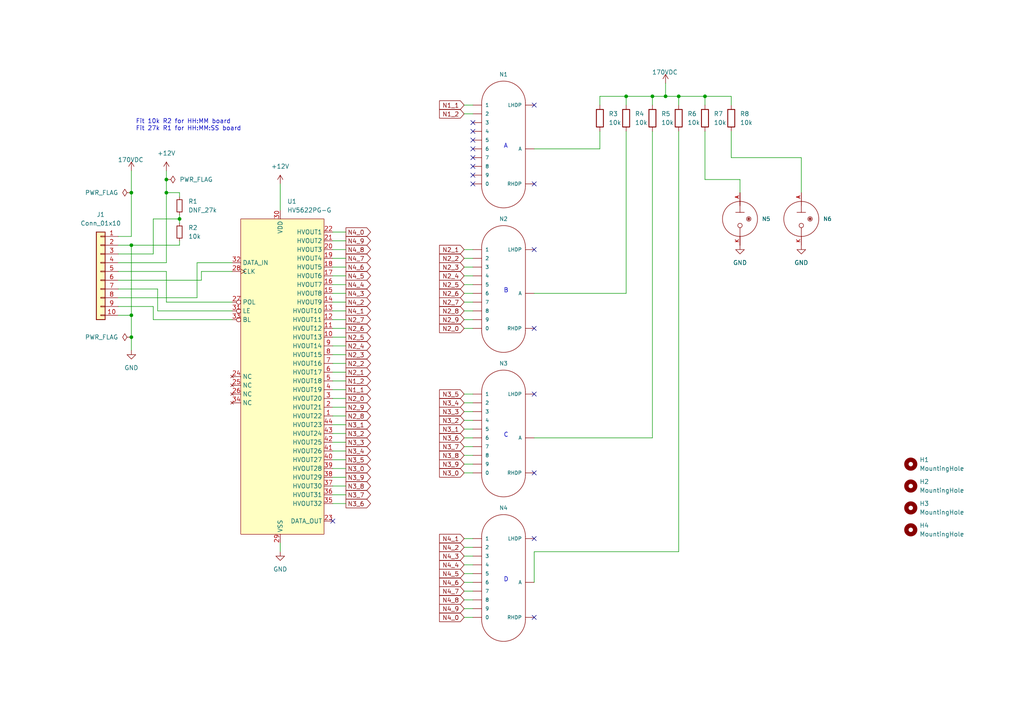
<source format=kicad_sch>
(kicad_sch (version 20211123) (generator eeschema)
  (paper "A4")
  (title_block (title "Nixie Tube Clock") (date "2023-05-23") (rev "01") (company "Chris Electronics") (comment 1 "Nixie Tube Interface Board"))
  (lib_symbols
    (symbol "Connector_Generic:Conn_01x10" (pin_names (offset 1.016) hide)
      (property "Reference" "J" (at 0 12.7 0))
      (property "Value" "Conn_01x10" (at 0 -15.24 0))
      (symbol "Conn_01x10_1_1"
        (rectangle (start -1.27 -12.573) (end 0 -12.827) (stroke (width 0.1524)))
        (rectangle (start -1.27 -10.033) (end 0 -10.287) (stroke (width 0.1524)))
        (rectangle (start -1.27 -7.493) (end 0 -7.747) (stroke (width 0.1524)))
        (rectangle (start -1.27 -4.953) (end 0 -5.207) (stroke (width 0.1524)))
        (rectangle (start -1.27 -2.413) (end 0 -2.667) (stroke (width 0.1524)))
        (rectangle (start -1.27 0.127) (end 0 -0.127) (stroke (width 0.1524)))
        (rectangle (start -1.27 2.667) (end 0 2.413) (stroke (width 0.1524)))
        (rectangle (start -1.27 5.207) (end 0 4.953) (stroke (width 0.1524)))
        (rectangle (start -1.27 7.747) (end 0 7.493) (stroke (width 0.1524)))
        (rectangle (start -1.27 10.287) (end 0 10.033) (stroke (width 0.1524)))
        (rectangle (start -1.27 11.43) (end 1.27 -13.97) (stroke (width 0.254)) (fill (type background)))
        (pin passive line (at -5.08 10.16 0) (length 3.81) (name "Pin_1") (number "1"))
        (pin passive line (at -5.08 -12.7 0) (length 3.81) (name "Pin_10") (number "10"))
        (pin passive line (at -5.08 7.62 0) (length 3.81) (name "Pin_2") (number "2"))
        (pin passive line (at -5.08 5.08 0) (length 3.81) (name "Pin_3") (number "3"))
        (pin passive line (at -5.08 2.54 0) (length 3.81) (name "Pin_4") (number "4"))
        (pin passive line (at -5.08 0 0) (length 3.81) (name "Pin_5") (number "5"))
        (pin passive line (at -5.08 -2.54 0) (length 3.81) (name "Pin_6") (number "6"))
        (pin passive line (at -5.08 -5.08 0) (length 3.81) (name "Pin_7") (number "7"))
        (pin passive line (at -5.08 -7.62 0) (length 3.81) (name "Pin_8") (number "8"))
        (pin passive line (at -5.08 -10.16 0) (length 3.81) (name "Pin_9") (number "9"))
      )
    )
    (symbol "Device:R" (pin_numbers hide) (pin_names (offset 0))
      (property "Reference" "R" (at 2.032 0 90))
      (property "Value" "R" (at 0 0 90))
      (symbol "R_0_1"
        (rectangle (start -1.016 -2.54) (end 1.016 2.54) (stroke (width 0.254)))
      )
      (symbol "R_1_1"
        (pin passive line (at 0 3.81 270) (length 1.27) (name "~") (number "1"))
        (pin passive line (at 0 -3.81 90) (length 1.27) (name "~") (number "2"))
      )
    )
    (symbol "Device:R_Small" (pin_numbers hide) (pin_names (offset 0.254) hide)
      (property "Reference" "R" (at 0.762 0.508 0))
      (property "Value" "R_Small" (at 0.762 -1.016 0))
      (symbol "R_Small_0_1"
        (rectangle (start -0.762 1.778) (end 0.762 -1.778) (stroke (width 0.2032)))
      )
      (symbol "R_Small_1_1"
        (pin passive line (at 0 2.54 270) (length 0.762) (name "~") (number "1"))
        (pin passive line (at 0 -2.54 90) (length 0.762) (name "~") (number "2"))
      )
    )
    (symbol "Mechanical:MountingHole" (pin_names (offset 1.016))
      (property "Reference" "H" (at 0 5.08 0))
      (property "Value" "MountingHole" (at 0 3.175 0))
      (symbol "MountingHole_0_1"
        (circle (center 0 0) (radius 1.27) (stroke (width 1.27)))
      )
    )
    (symbol "Nixie Tubes:IN-14" (pin_numbers hide) (pin_names (offset 1.016))
      (property "Reference" "N" (at -2.54 18.415 0))
      (symbol "IN-14_1_0"
        (polyline (pts (xy -5.08 -13.335) (xy -5.08 10.795)))
        (polyline (pts (xy 7.62 -13.335) (xy 7.62 10.795)))
      )
      (symbol "IN-14_1_1"
        (arc (start -5.08 -13.335) (mid 1.27 -19.685) (end 7.62 -13.335))
        (arc (start 7.62 10.795) (mid 1.27 17.145) (end -5.08 10.795))
        (pin bidirectional line (at -7.62 -12.7 0) (length 2.54) (name "0") (number "0"))
        (pin bidirectional line (at -7.62 10.16 0) (length 2.54) (name "1") (number "1"))
        (pin bidirectional line (at -7.62 7.62 0) (length 2.54) (name "2") (number "2"))
        (pin bidirectional line (at -7.62 5.08 0) (length 2.54) (name "3") (number "3"))
        (pin bidirectional line (at -7.62 2.54 0) (length 2.54) (name "4") (number "4"))
        (pin bidirectional line (at -7.62 0 0) (length 2.54) (name "5") (number "5"))
        (pin bidirectional line (at -7.62 -2.54 0) (length 2.54) (name "6") (number "6"))
        (pin bidirectional line (at -7.62 -5.08 0) (length 2.54) (name "7") (number "7"))
        (pin bidirectional line (at -7.62 -7.62 0) (length 2.54) (name "8") (number "8"))
        (pin bidirectional line (at -7.62 -10.16 0) (length 2.54) (name "9") (number "9"))
        (pin bidirectional line (at 10.16 -2.54 180) (length 2.54) (name "A") (number "A"))
        (pin bidirectional line (at 10.16 10.16 180) (length 2.54) (name "LHDP") (number "LHDP"))
        (pin bidirectional line (at 10.16 -12.7 180) (length 2.54) (name "RHDP") (number "RHDP"))
      )
    )
    (symbol "Nixie Tubes:IN-3" (pin_names (offset 1.016) hide)
      (property "Reference" "N" (at 1.27 3.175 0))
      (symbol "IN-3_1_0"
        (polyline (pts (xy 0 -2.54) (xy 0.635 -2.54)))
        (polyline (pts (xy 0.635 -2.54) (xy 0 -2.54)))
        (polyline (pts (xy 0.635 -2.54) (xy 3.175 -2.54)))
        (polyline (pts (xy 1.27 -2.54) (xy 0.635 -2.54)))
        (polyline (pts (xy 3.175 -2.54) (xy 3.175 -3.81)))
        (polyline (pts (xy 3.175 -2.54) (xy 3.175 -1.27)))
        (polyline (pts (xy 4.7498 0) (xy 5.08 0)))
        (polyline (pts (xy 5.08 0) (xy 5.08 -0.3048)))
        (polyline (pts (xy 5.08 0) (xy 5.08 0.3048)))
        (polyline (pts (xy 5.08 0) (xy 5.3848 0)))
        (polyline (pts (xy 10.16 -2.54) (xy 7.62 -2.54)))
      )
      (symbol "IN-3_1_1"
        (circle (center 5.08 -2.54) (radius 5.08))
        (circle (center 5.08 0) (radius 0.3048))
        (circle (center 5.08 0) (radius 0.635))
        (circle (center 6.985 -2.54) (radius 0.635))
        (pin bidirectional line (at -2.54 -2.54 0) (length 2.54) (name "A") (number "A"))
        (pin bidirectional line (at 12.7 -2.54 180) (length 2.54) (name "K") (number "K"))
      )
    )
    (symbol "User_Library:170VDC"
      (property "Reference" "U" (at 0 0 0))
      (property "Value" "170VDC" (at 0 -1.905 0))
      (symbol "170VDC_0_1"
        (polyline (pts (xy -0.635 -5.715) (xy 0.127 -4.445)))
        (polyline (pts (xy 0.127 -6.985) (xy 0.127 -4.445)))
        (polyline (pts (xy 0.127 -4.445) (xy 0.889 -5.715)))
      )
      (symbol "170VDC_1_1"
        (pin power_in line (at 0.127 -6.985 90) (length 0) hide (name "+170VDC") (number "1"))
      )
    )
    (symbol "User_Library:HV5622PG-G"
      (property "Reference" "U?" (at 2.0194 -1.905 0))
      (property "Value" "HV5622PG-G" (at 2.0194 -4.445 0))
      (symbol "HV5622PG-G_0_0"
        (pin output line (at 15.24 -64.77 180) (length 2.54) (name "HVOUT22") (number "1"))
        (pin output line (at 15.24 -41.91 180) (length 2.54) (name "HVOUT13") (number "10"))
        (pin output line (at 15.24 -39.37 180) (length 2.54) (name "HVOUT12") (number "11"))
        (pin output line (at 15.24 -36.83 180) (length 2.54) (name "HVOUT11") (number "12"))
        (pin output line (at 15.24 -34.29 180) (length 2.54) (name "HVOUT10") (number "13"))
        (pin output line (at 15.24 -31.75 180) (length 2.54) (name "HVOUT9") (number "14"))
        (pin output line (at 15.24 -29.21 180) (length 2.54) (name "HVOUT8") (number "15"))
        (pin output line (at 15.24 -26.67 180) (length 2.54) (name "HVOUT7") (number "16"))
        (pin output line (at 15.24 -24.13 180) (length 2.54) (name "HVOUT6") (number "17"))
        (pin output line (at 15.24 -21.59 180) (length 2.54) (name "HVOUT5") (number "18"))
        (pin output line (at 15.24 -19.05 180) (length 2.54) (name "HVOUT4") (number "19"))
        (pin output line (at 15.24 -62.23 180) (length 2.54) (name "HVOUT21") (number "2"))
        (pin output line (at 15.24 -16.51 180) (length 2.54) (name "HVOUT3") (number "20"))
        (pin output line (at 15.24 -13.97 180) (length 2.54) (name "HVOUT2") (number "21"))
        (pin output line (at 15.24 -11.43 180) (length 2.54) (name "HVOUT1") (number "22"))
        (pin output line (at 15.24 -95.25 180) (length 2.54) (name "DATA_OUT") (number "23"))
        (pin no_connect line (at -13.97 -53.34 0) (length 2.54) (name "NC") (number "24"))
        (pin no_connect line (at -13.97 -55.88 0) (length 2.54) (name "NC") (number "25"))
        (pin no_connect line (at -13.97 -58.42 0) (length 2.54) (name "NC") (number "26"))
        (pin input inverted (at -13.97 -31.75 0) (length 2.54) (name "POL") (number "27"))
        (pin input clock (at -13.97 -22.86 0) (length 2.54) (name "CLK") (number "28"))
        (pin power_in line (at 0 -101.6 90) (length 2.54) (name "VSS") (number "29"))
        (pin output line (at 15.24 -59.69 180) (length 2.54) (name "HVOUT20") (number "3"))
        (pin power_in line (at 0 -5.08 270) (length 2.54) (name "VDD") (number "30"))
        (pin input inverted (at -13.97 -34.29 0) (length 2.54) (name "LE") (number "31"))
        (pin input line (at -13.97 -20.32 0) (length 2.54) (name "DATA_IN") (number "32"))
        (pin input inverted (at -13.97 -36.83 0) (length 2.54) (name "BL") (number "33"))
        (pin no_connect line (at -13.97 -60.96 0) (length 2.54) (name "NC") (number "34"))
        (pin output line (at 15.24 -90.17 180) (length 2.54) (name "HVOUT32") (number "35"))
        (pin output line (at 15.24 -87.63 180) (length 2.54) (name "HVOUT31") (number "36"))
        (pin output line (at 15.24 -85.09 180) (length 2.54) (name "HVOUT30") (number "37"))
        (pin output line (at 15.24 -82.55 180) (length 2.54) (name "HVOUT29") (number "38"))
        (pin output line (at 15.24 -80.01 180) (length 2.54) (name "HVOUT28") (number "39"))
        (pin output line (at 15.24 -57.15 180) (length 2.54) (name "HVOUT19") (number "4"))
        (pin output line (at 15.24 -77.47 180) (length 2.54) (name "HVOUT27") (number "40"))
        (pin output line (at 15.24 -74.93 180) (length 2.54) (name "HVOUT26") (number "41"))
        (pin output line (at 15.24 -72.39 180) (length 2.54) (name "HVOUT25") (number "42"))
        (pin output line (at 15.24 -69.85 180) (length 2.54) (name "HVOUT24") (number "43"))
        (pin output line (at 15.24 -67.31 180) (length 2.54) (name "HVOUT23") (number "44"))
        (pin output line (at 15.24 -54.61 180) (length 2.54) (name "HVOUT18") (number "5"))
        (pin output line (at 15.24 -52.07 180) (length 2.54) (name "HVOUT17") (number "6"))
        (pin output line (at 15.24 -49.53 180) (length 2.54) (name "HVOUT16") (number "7"))
        (pin output line (at 15.24 -46.99 180) (length 2.54) (name "HVOUT15") (number "8"))
        (pin output line (at 15.24 -44.45 180) (length 2.54) (name "HVOUT14") (number "9"))
      )
      (symbol "HV5622PG-G_0_1"
        (rectangle (start -11.43 -7.62) (end 12.7 -99.06) (fill (type background)))
      )
    )
    (symbol "power:+12V" (power) (pin_names (offset 0))
      (property "Value" "+12V" (at 0 3.556 0))
      (symbol "+12V_0_1"
        (polyline (pts (xy -0.762 1.27) (xy 0 2.54)))
        (polyline (pts (xy 0 0) (xy 0 2.54)))
        (polyline (pts (xy 0 2.54) (xy 0.762 1.27)))
      )
      (symbol "+12V_1_1"
        (pin power_in line (at 0 0 90) (length 0) hide (name "+12V") (number "1"))
      )
    )
    (symbol "power:GND" (power) (pin_names (offset 0))
      (property "Value" "GND" (at 0 -3.81 0))
      (symbol "GND_0_1"
        (polyline (pts (xy 0 0) (xy 0 -1.27) (xy 1.27 -1.27) (xy 0 -2.54) (xy -1.27 -1.27) (xy 0 -1.27)))
      )
      (symbol "GND_1_1"
        (pin power_in line (at 0 0 270) (length 0) hide (name "GND") (number "1"))
      )
    )
    (symbol "power:PWR_FLAG" (power) (pin_numbers hide) (pin_names (offset 0) hide)
      (property "Value" "PWR_FLAG" (at 0 3.81 0))
      (symbol "PWR_FLAG_0_0"
        (pin power_out line (at 0 0 90) (length 0) (name "pwr") (number "1"))
      )
      (symbol "PWR_FLAG_0_1"
        (polyline (pts (xy 0 0) (xy 0 1.27) (xy -1.016 1.905) (xy 0 2.54) (xy 1.016 1.905) (xy 0 1.27)))
      )
    )
  )
  (junction (at 38.1 91.44))
  (junction (at 38.1 97.79))
  (junction (at 48.26 52.07))
  (junction (at 196.85 27.94))
  (junction (at 189.23 27.94))
  (junction (at 181.61 27.94))
  (junction (at 52.07 63.5))
  (junction (at 204.47 27.94))
  (junction (at 38.1 55.88))
  (junction (at 193.04 27.94))
  (junction (at 38.1 71.12))
  (junction (at 48.26 55.88))
  (no_connect (at 137.16 53.34))
  (no_connect (at 96.52 151.13))
  (no_connect (at 137.16 35.56))
  (no_connect (at 137.16 38.1))
  (no_connect (at 137.16 40.64))
  (no_connect (at 137.16 43.18))
  (no_connect (at 137.16 45.72))
  (no_connect (at 137.16 48.26))
  (no_connect (at 137.16 50.8))
  (no_connect (at 154.94 156.21))
  (no_connect (at 154.94 179.07))
  (no_connect (at 154.94 53.34))
  (no_connect (at 154.94 72.39))
  (no_connect (at 154.94 30.48))
  (no_connect (at 154.94 95.25))
  (no_connect (at 154.94 114.3))
  (no_connect (at 154.94 137.16))
  (wire (pts (xy 34.29 91.44) (xy 38.1 91.44)))
  (wire (pts (xy 34.29 78.74) (xy 48.26 78.74)))
  (wire (pts (xy 45.72 83.82) (xy 45.72 90.17)))
  (wire (pts (xy 173.99 30.48) (xy 173.99 27.94)))
  (wire (pts (xy 96.52 140.97) (xy 100.33 140.97)))
  (wire (pts (xy 96.52 120.65) (xy 100.33 120.65)))
  (wire (pts (xy 204.47 27.94) (xy 204.47 30.48)))
  (wire (pts (xy 134.62 158.75) (xy 137.16 158.75)))
  (wire (pts (xy 48.26 52.07) (xy 48.26 55.88)))
  (wire (pts (xy 181.61 27.94) (xy 181.61 30.48)))
  (wire (pts (xy 96.52 87.63) (xy 100.33 87.63)))
  (wire (pts (xy 134.62 124.46) (xy 137.16 124.46)))
  (wire (pts (xy 48.26 78.74) (xy 48.26 87.63)))
  (wire (pts (xy 134.62 121.92) (xy 137.16 121.92)))
  (wire (pts (xy 181.61 27.94) (xy 189.23 27.94)))
  (wire (pts (xy 48.26 87.63) (xy 67.31 87.63)))
  (wire (pts (xy 38.1 91.44) (xy 38.1 97.79)))
  (wire (pts (xy 204.47 38.1) (xy 204.47 52.07)))
  (wire (pts (xy 52.07 71.12) (xy 38.1 71.12)))
  (wire (pts (xy 134.62 77.47) (xy 137.16 77.47)))
  (wire (pts (xy 34.29 86.36) (xy 57.15 86.36)))
  (wire (pts (xy 212.09 45.72) (xy 232.41 45.72)))
  (wire (pts (xy 134.62 127) (xy 137.16 127)))
  (wire (pts (xy 134.62 166.37) (xy 137.16 166.37)))
  (wire (pts (xy 134.62 74.93) (xy 137.16 74.93)))
  (wire (pts (xy 96.52 100.33) (xy 100.33 100.33)))
  (wire (pts (xy 96.52 80.01) (xy 100.33 80.01)))
  (wire (pts (xy 134.62 163.83) (xy 137.16 163.83)))
  (wire (pts (xy 134.62 137.16) (xy 137.16 137.16)))
  (wire (pts (xy 173.99 43.18) (xy 173.99 38.1)))
  (wire (pts (xy 38.1 68.58) (xy 38.1 55.88)))
  (wire (pts (xy 96.52 67.31) (xy 100.33 67.31)))
  (wire (pts (xy 134.62 85.09) (xy 137.16 85.09)))
  (wire (pts (xy 232.41 45.72) (xy 232.41 55.88)))
  (wire (pts (xy 134.62 82.55) (xy 137.16 82.55)))
  (wire (pts (xy 134.62 92.71) (xy 137.16 92.71)))
  (wire (pts (xy 154.94 85.09) (xy 181.61 85.09)))
  (wire (pts (xy 193.04 27.94) (xy 196.85 27.94)))
  (wire (pts (xy 204.47 52.07) (xy 214.63 52.07)))
  (wire (pts (xy 134.62 119.38) (xy 137.16 119.38)))
  (wire (pts (xy 134.62 30.48) (xy 137.16 30.48)))
  (wire (pts (xy 52.07 63.5) (xy 52.07 64.77)))
  (wire (pts (xy 96.52 130.81) (xy 100.33 130.81)))
  (wire (pts (xy 189.23 27.94) (xy 189.23 30.48)))
  (wire (pts (xy 134.62 114.3) (xy 137.16 114.3)))
  (wire (pts (xy 96.52 113.03) (xy 100.33 113.03)))
  (wire (pts (xy 154.94 127) (xy 189.23 127)))
  (wire (pts (xy 34.29 88.9) (xy 44.45 88.9)))
  (wire (pts (xy 96.52 85.09) (xy 100.33 85.09)))
  (wire (pts (xy 96.52 90.17) (xy 100.33 90.17)))
  (wire (pts (xy 134.62 176.53) (xy 137.16 176.53)))
  (wire (pts (xy 44.45 88.9) (xy 44.45 92.71)))
  (wire (pts (xy 52.07 57.15) (xy 52.07 55.88)))
  (wire (pts (xy 96.52 128.27) (xy 100.33 128.27)))
  (wire (pts (xy 81.28 53.34) (xy 81.28 60.96)))
  (wire (pts (xy 96.52 143.51) (xy 100.33 143.51)))
  (wire (pts (xy 96.52 74.93) (xy 100.33 74.93)))
  (wire (pts (xy 81.28 157.48) (xy 81.28 160.02)))
  (wire (pts (xy 212.09 27.94) (xy 212.09 30.48)))
  (wire (pts (xy 96.52 72.39) (xy 100.33 72.39)))
  (wire (pts (xy 154.94 160.02) (xy 154.94 168.91)))
  (wire (pts (xy 189.23 127) (xy 189.23 38.1)))
  (wire (pts (xy 96.52 105.41) (xy 100.33 105.41)))
  (wire (pts (xy 96.52 97.79) (xy 100.33 97.79)))
  (wire (pts (xy 96.52 110.49) (xy 100.33 110.49)))
  (wire (pts (xy 173.99 27.94) (xy 181.61 27.94)))
  (wire (pts (xy 44.45 63.5) (xy 52.07 63.5)))
  (wire (pts (xy 96.52 77.47) (xy 100.33 77.47)))
  (wire (pts (xy 96.52 115.57) (xy 100.33 115.57)))
  (wire (pts (xy 154.94 43.18) (xy 173.99 43.18)))
  (wire (pts (xy 134.62 179.07) (xy 137.16 179.07)))
  (wire (pts (xy 34.29 68.58) (xy 38.1 68.58)))
  (wire (pts (xy 38.1 71.12) (xy 38.1 91.44)))
  (wire (pts (xy 58.42 81.28) (xy 58.42 78.74)))
  (wire (pts (xy 96.52 82.55) (xy 100.33 82.55)))
  (wire (pts (xy 96.52 92.71) (xy 100.33 92.71)))
  (wire (pts (xy 34.29 81.28) (xy 58.42 81.28)))
  (wire (pts (xy 96.52 138.43) (xy 100.33 138.43)))
  (wire (pts (xy 134.62 87.63) (xy 137.16 87.63)))
  (wire (pts (xy 134.62 80.01) (xy 137.16 80.01)))
  (wire (pts (xy 96.52 102.87) (xy 100.33 102.87)))
  (wire (pts (xy 96.52 95.25) (xy 100.33 95.25)))
  (wire (pts (xy 34.29 76.2) (xy 48.26 76.2)))
  (wire (pts (xy 134.62 90.17) (xy 137.16 90.17)))
  (wire (pts (xy 193.04 24.13) (xy 193.04 27.94)))
  (wire (pts (xy 52.07 69.85) (xy 52.07 71.12)))
  (wire (pts (xy 134.62 171.45) (xy 137.16 171.45)))
  (wire (pts (xy 134.62 161.29) (xy 137.16 161.29)))
  (wire (pts (xy 96.52 118.11) (xy 100.33 118.11)))
  (wire (pts (xy 48.26 55.88) (xy 52.07 55.88)))
  (wire (pts (xy 57.15 76.2) (xy 67.31 76.2)))
  (wire (pts (xy 38.1 97.79) (xy 38.1 101.6)))
  (wire (pts (xy 57.15 86.36) (xy 57.15 76.2)))
  (wire (pts (xy 34.29 83.82) (xy 45.72 83.82)))
  (wire (pts (xy 204.47 27.94) (xy 212.09 27.94)))
  (wire (pts (xy 44.45 73.66) (xy 44.45 63.5)))
  (wire (pts (xy 52.07 62.23) (xy 52.07 63.5)))
  (wire (pts (xy 196.85 27.94) (xy 204.47 27.94)))
  (wire (pts (xy 96.52 125.73) (xy 100.33 125.73)))
  (wire (pts (xy 48.26 49.53) (xy 48.26 52.07)))
  (wire (pts (xy 134.62 95.25) (xy 137.16 95.25)))
  (wire (pts (xy 134.62 173.99) (xy 137.16 173.99)))
  (wire (pts (xy 96.52 135.89) (xy 100.33 135.89)))
  (wire (pts (xy 96.52 123.19) (xy 100.33 123.19)))
  (wire (pts (xy 96.52 69.85) (xy 100.33 69.85)))
  (wire (pts (xy 48.26 55.88) (xy 48.26 76.2)))
  (wire (pts (xy 212.09 38.1) (xy 212.09 45.72)))
  (wire (pts (xy 134.62 134.62) (xy 137.16 134.62)))
  (wire (pts (xy 214.63 52.07) (xy 214.63 55.88)))
  (wire (pts (xy 181.61 85.09) (xy 181.61 38.1)))
  (wire (pts (xy 134.62 129.54) (xy 137.16 129.54)))
  (wire (pts (xy 154.94 160.02) (xy 196.85 160.02)))
  (wire (pts (xy 134.62 168.91) (xy 137.16 168.91)))
  (wire (pts (xy 196.85 160.02) (xy 196.85 38.1)))
  (wire (pts (xy 45.72 90.17) (xy 67.31 90.17)))
  (wire (pts (xy 38.1 55.88) (xy 38.1 49.53)))
  (wire (pts (xy 134.62 72.39) (xy 137.16 72.39)))
  (wire (pts (xy 96.52 146.05) (xy 100.33 146.05)))
  (wire (pts (xy 96.52 133.35) (xy 100.33 133.35)))
  (wire (pts (xy 134.62 33.02) (xy 137.16 33.02)))
  (wire (pts (xy 34.29 71.12) (xy 38.1 71.12)))
  (wire (pts (xy 58.42 78.74) (xy 67.31 78.74)))
  (wire (pts (xy 189.23 27.94) (xy 193.04 27.94)))
  (wire (pts (xy 134.62 156.21) (xy 137.16 156.21)))
  (wire (pts (xy 134.62 116.84) (xy 137.16 116.84)))
  (wire (pts (xy 134.62 132.08) (xy 137.16 132.08)))
  (wire (pts (xy 34.29 73.66) (xy 44.45 73.66)))
  (wire (pts (xy 44.45 92.71) (xy 67.31 92.71)))
  (wire (pts (xy 196.85 27.94) (xy 196.85 30.48)))
  (wire (pts (xy 96.52 107.95) (xy 100.33 107.95)))
  (text "A" (at 146.05 43.18 0) (effects (font (size 1.27 1.27)) (justify left bottom)))
  (text "C" (at 146.05 127 0) (effects (font (size 1.27 1.27)) (justify left bottom)))
  (text "D" (at 146.05 168.91 0) (effects (font (size 1.27 1.27)) (justify left bottom)))
  (text "B" (at 146.05 85.09 0) (effects (font (size 1.27 1.27)) (justify left bottom)))
  (text "Fit 10k R2 for HH:MM board\nFit 27k R1 for HH:MM:SS board" (at 39.37 38.1 0) (effects (font (size 1.27 1.27)) (justify left bottom)))
  (global_label "N4_5" (shape input) (at 134.62 166.37 180) (property "Intersheet References" "${INTERSHEET_REFS}" (effects hide)))
  (global_label "N2_5" (shape input) (at 134.62 82.55 180) (property "Intersheet References" "${INTERSHEET_REFS}" (effects hide)))
  (global_label "N4_3" (shape input) (at 134.62 161.29 180) (property "Intersheet References" "${INTERSHEET_REFS}" (effects hide)))
  (global_label "N2_0" (shape input) (at 134.62 95.25 180) (property "Intersheet References" "${INTERSHEET_REFS}" (effects hide)))
  (global_label "N2_4" (shape output) (at 100.33 100.33 0) (property "Intersheet References" "${INTERSHEET_REFS}" (effects hide)))
  (global_label "N4_2" (shape output) (at 100.33 87.63 0) (property "Intersheet References" "${INTERSHEET_REFS}" (effects hide)))
  (global_label "N4_9" (shape input) (at 134.62 176.53 180) (property "Intersheet References" "${INTERSHEET_REFS}" (effects hide)))
  (global_label "N4_3" (shape output) (at 100.33 85.09 0) (property "Intersheet References" "${INTERSHEET_REFS}" (effects hide)))
  (global_label "N2_1" (shape output) (at 100.33 107.95 0) (property "Intersheet References" "${INTERSHEET_REFS}" (effects hide)))
  (global_label "N1_2" (shape output) (at 100.33 110.49 0) (property "Intersheet References" "${INTERSHEET_REFS}" (effects hide)))
  (global_label "N2_2" (shape input) (at 134.62 74.93 180) (property "Intersheet References" "${INTERSHEET_REFS}" (effects hide)))
  (global_label "N3_5" (shape output) (at 100.33 133.35 0) (property "Intersheet References" "${INTERSHEET_REFS}" (effects hide)))
  (global_label "N2_3" (shape output) (at 100.33 102.87 0) (property "Intersheet References" "${INTERSHEET_REFS}" (effects hide)))
  (global_label "N3_2" (shape input) (at 134.62 121.92 180) (property "Intersheet References" "${INTERSHEET_REFS}" (effects hide)))
  (global_label "N2_9" (shape input) (at 134.62 92.71 180) (property "Intersheet References" "${INTERSHEET_REFS}" (effects hide)))
  (global_label "N2_6" (shape input) (at 134.62 85.09 180) (property "Intersheet References" "${INTERSHEET_REFS}" (effects hide)))
  (global_label "N3_6" (shape input) (at 134.62 127 180) (property "Intersheet References" "${INTERSHEET_REFS}" (effects hide)))
  (global_label "N4_5" (shape output) (at 100.33 80.01 0) (property "Intersheet References" "${INTERSHEET_REFS}" (effects hide)))
  (global_label "N2_0" (shape output) (at 100.33 115.57 0) (property "Intersheet References" "${INTERSHEET_REFS}" (effects hide)))
  (global_label "N4_0" (shape output) (at 100.33 67.31 0) (property "Intersheet References" "${INTERSHEET_REFS}" (effects hide)))
  (global_label "N1_2" (shape input) (at 134.62 33.02 180) (property "Intersheet References" "${INTERSHEET_REFS}" (effects hide)))
  (global_label "N3_9" (shape output) (at 100.33 138.43 0) (property "Intersheet References" "${INTERSHEET_REFS}" (effects hide)))
  (global_label "N3_9" (shape input) (at 134.62 134.62 180) (property "Intersheet References" "${INTERSHEET_REFS}" (effects hide)))
  (global_label "N3_4" (shape input) (at 134.62 116.84 180) (property "Intersheet References" "${INTERSHEET_REFS}" (effects hide)))
  (global_label "N4_8" (shape input) (at 134.62 173.99 180) (property "Intersheet References" "${INTERSHEET_REFS}" (effects hide)))
  (global_label "N3_0" (shape input) (at 134.62 137.16 180) (property "Intersheet References" "${INTERSHEET_REFS}" (effects hide)))
  (global_label "N2_8" (shape output) (at 100.33 120.65 0) (property "Intersheet References" "${INTERSHEET_REFS}" (effects hide)))
  (global_label "N3_8" (shape output) (at 100.33 140.97 0) (property "Intersheet References" "${INTERSHEET_REFS}" (effects hide)))
  (global_label "N3_4" (shape output) (at 100.33 130.81 0) (property "Intersheet References" "${INTERSHEET_REFS}" (effects hide)))
  (global_label "N4_4" (shape input) (at 134.62 163.83 180) (property "Intersheet References" "${INTERSHEET_REFS}" (effects hide)))
  (global_label "N3_5" (shape input) (at 134.62 114.3 180) (property "Intersheet References" "${INTERSHEET_REFS}" (effects hide)))
  (global_label "N4_4" (shape output) (at 100.33 82.55 0) (property "Intersheet References" "${INTERSHEET_REFS}" (effects hide)))
  (global_label "N2_1" (shape input) (at 134.62 72.39 180) (property "Intersheet References" "${INTERSHEET_REFS}" (effects hide)))
  (global_label "N2_7" (shape input) (at 134.62 87.63 180) (property "Intersheet References" "${INTERSHEET_REFS}" (effects hide)))
  (global_label "N2_6" (shape output) (at 100.33 95.25 0) (property "Intersheet References" "${INTERSHEET_REFS}" (effects hide)))
  (global_label "N2_4" (shape input) (at 134.62 80.01 180) (property "Intersheet References" "${INTERSHEET_REFS}" (effects hide)))
  (global_label "N4_7" (shape output) (at 100.33 74.93 0) (property "Intersheet References" "${INTERSHEET_REFS}" (effects hide)))
  (global_label "N4_0" (shape input) (at 134.62 179.07 180) (property "Intersheet References" "${INTERSHEET_REFS}" (effects hide)))
  (global_label "N4_9" (shape output) (at 100.33 69.85 0) (property "Intersheet References" "${INTERSHEET_REFS}" (effects hide)))
  (global_label "N4_6" (shape output) (at 100.33 77.47 0) (property "Intersheet References" "${INTERSHEET_REFS}" (effects hide)))
  (global_label "N3_0" (shape output) (at 100.33 135.89 0) (property "Intersheet References" "${INTERSHEET_REFS}" (effects hide)))
  (global_label "N3_1" (shape output) (at 100.33 123.19 0) (property "Intersheet References" "${INTERSHEET_REFS}" (effects hide)))
  (global_label "N2_3" (shape input) (at 134.62 77.47 180) (property "Intersheet References" "${INTERSHEET_REFS}" (effects hide)))
  (global_label "N2_5" (shape output) (at 100.33 97.79 0) (property "Intersheet References" "${INTERSHEET_REFS}" (effects hide)))
  (global_label "N2_7" (shape output) (at 100.33 92.71 0) (property "Intersheet References" "${INTERSHEET_REFS}" (effects hide)))
  (global_label "N3_6" (shape output) (at 100.33 146.05 0) (property "Intersheet References" "${INTERSHEET_REFS}" (effects hide)))
  (global_label "N4_7" (shape input) (at 134.62 171.45 180) (property "Intersheet References" "${INTERSHEET_REFS}" (effects hide)))
  (global_label "N3_2" (shape output) (at 100.33 125.73 0) (property "Intersheet References" "${INTERSHEET_REFS}" (effects hide)))
  (global_label "N4_2" (shape input) (at 134.62 158.75 180) (property "Intersheet References" "${INTERSHEET_REFS}" (effects hide)))
  (global_label "N2_8" (shape input) (at 134.62 90.17 180) (property "Intersheet References" "${INTERSHEET_REFS}" (effects hide)))
  (global_label "N4_1" (shape output) (at 100.33 90.17 0) (property "Intersheet References" "${INTERSHEET_REFS}" (effects hide)))
  (global_label "N3_1" (shape input) (at 134.62 124.46 180) (property "Intersheet References" "${INTERSHEET_REFS}" (effects hide)))
  (global_label "N3_8" (shape input) (at 134.62 132.08 180) (property "Intersheet References" "${INTERSHEET_REFS}" (effects hide)))
  (global_label "N3_3" (shape output) (at 100.33 128.27 0) (property "Intersheet References" "${INTERSHEET_REFS}" (effects hide)))
  (global_label "N3_3" (shape input) (at 134.62 119.38 180) (property "Intersheet References" "${INTERSHEET_REFS}" (effects hide)))
  (global_label "N1_1" (shape input) (at 134.62 30.48 180) (property "Intersheet References" "${INTERSHEET_REFS}" (effects hide)))
  (global_label "N3_7" (shape input) (at 134.62 129.54 180) (property "Intersheet References" "${INTERSHEET_REFS}" (effects hide)))
  (global_label "N3_7" (shape output) (at 100.33 143.51 0) (property "Intersheet References" "${INTERSHEET_REFS}" (effects hide)))
  (global_label "N4_1" (shape input) (at 134.62 156.21 180) (property "Intersheet References" "${INTERSHEET_REFS}" (effects hide)))
  (global_label "N2_2" (shape output) (at 100.33 105.41 0) (property "Intersheet References" "${INTERSHEET_REFS}" (effects hide)))
  (global_label "N1_1" (shape output) (at 100.33 113.03 0) (property "Intersheet References" "${INTERSHEET_REFS}" (effects hide)))
  (global_label "N4_6" (shape input) (at 134.62 168.91 180) (property "Intersheet References" "${INTERSHEET_REFS}" (effects hide)))
  (global_label "N2_9" (shape output) (at 100.33 118.11 0) (property "Intersheet References" "${INTERSHEET_REFS}" (effects hide)))
  (global_label "N4_8" (shape output) (at 100.33 72.39 0) (property "Intersheet References" "${INTERSHEET_REFS}" (effects hide)))
  (symbol (lib_id "power:PWR_FLAG") (at 38.1 55.88 90) (unit 1)
    (property "Reference" "#FLG01" (effects hide))
    (property "Value" "PWR_FLAG" (at 34.29 55.8799 90) (effects (justify left)))
  )
  (symbol (lib_id "Device:R") (at 212.09 34.29 0) (unit 1)
    (property "Reference" "R8" (at 214.63 33.0199 0) (effects (justify left)))
    (property "Value" "10k" (at 214.63 35.5599 0) (effects (justify left)))
    (property "Footprint" "Resistor_SMD:R_1206_3216Metric_Pad1.30x1.75mm_HandSolder" (effects hide))
  )
  (symbol (lib_id "power:GND") (at 232.41 71.12 0) (unit 1)
    (property "Reference" "#PWR08" (effects hide))
    (property "Value" "GND" (at 232.41 76.2 0))
  )
  (symbol (lib_id "power:+12V") (at 48.26 49.53 0) (unit 1)
    (property "Reference" "#PWR03" (effects hide))
    (property "Value" "+12V" (at 48.26 44.45 0))
  )
  (symbol (lib_id "Nixie Tubes:IN-3") (at 234.95 58.42 270) (unit 1)
    (property "Reference" "N6" (at 238.76 63.5 90) (effects (font (size 1.143 1.143)) (justify left)))
    (property "Value" "IN-3" (effects hide))
    (property "Footprint" "nixies-us:nixies-us-IN-3" (effects hide))
  )
  (symbol (lib_id "power:GND") (at 214.63 71.12 0) (unit 1)
    (property "Reference" "#PWR07" (effects hide))
    (property "Value" "GND" (at 214.63 76.2 0))
  )
  (symbol (lib_id "power:GND") (at 81.28 160.02 0) (unit 1)
    (property "Reference" "#PWR05" (effects hide))
    (property "Value" "GND" (at 81.28 165.1 0))
  )
  (symbol (lib_id "Device:R_Small") (at 52.07 59.69 0) (unit 1)
    (property "Reference" "R1" (at 54.61 58.4199 0) (effects (justify left)))
    (property "Value" "DNF_27k" (at 54.61 60.9599 0) (effects (justify left)))
    (property "Footprint" "Resistor_SMD:R_1206_3216Metric_Pad1.30x1.75mm_HandSolder" (effects hide))
  )
  (symbol (lib_id "Device:R_Small") (at 52.07 67.31 0) (unit 1)
    (property "Reference" "R2" (at 54.61 66.0399 0) (effects (justify left)))
    (property "Value" "10k" (at 54.61 68.5799 0) (effects (justify left)))
    (property "Footprint" "Resistor_SMD:R_1206_3216Metric_Pad1.30x1.75mm_HandSolder" (effects hide))
  )
  (symbol (lib_id "Nixie Tubes:IN-3") (at 217.17 58.42 270) (unit 1)
    (property "Reference" "N5" (at 220.98 63.5 90) (effects (font (size 1.143 1.143)) (justify left)))
    (property "Value" "IN-3" (effects hide))
    (property "Footprint" "nixies-us:nixies-us-IN-3" (effects hide))
  )
  (symbol (lib_id "Nixie Tubes:IN-14") (at 144.78 82.55 0) (unit 1)
    (property "Reference" "N2" (at 146.05 63.5 0) (effects (font (size 1.143 1.143))))
    (property "Value" "IN-14" (effects hide))
    (property "Footprint" "nixies-us:nixies-us-IN-14" (effects hide))
  )
  (symbol (lib_id "Nixie Tubes:IN-14") (at 144.78 40.64 0) (unit 1)
    (property "Reference" "N1" (at 146.05 21.59 0) (effects (font (size 1.143 1.143))))
    (property "Value" "IN-14" (effects hide))
    (property "Footprint" "nixies-us:nixies-us-IN-14" (effects hide))
  )
  (symbol (lib_id "power:PWR_FLAG") (at 38.1 97.79 90) (unit 1)
    (property "Reference" "#FLG02" (effects hide))
    (property "Value" "PWR_FLAG" (at 34.29 97.7899 90) (effects (justify left)))
  )
  (symbol (lib_id "Nixie Tubes:IN-14") (at 144.78 166.37 0) (unit 1)
    (property "Reference" "N4" (at 146.05 147.32 0) (effects (font (size 1.143 1.143))))
    (property "Value" "IN-14" (effects hide))
    (property "Footprint" "nixies-us:nixies-us-IN-14" (effects hide))
  )
  (symbol (lib_id "Connector_Generic:Conn_01x10") (at 29.21 78.74 0) (mirror y) (unit 1)
    (property "Reference" "J1" (at 29.21 62.23 0))
    (property "Value" "Conn_01x10" (at 29.21 64.77 0))
    (property "Footprint" "Connector_PinSocket_2.54mm:PinSocket_1x10_P2.54mm_Vertical" (effects hide))
  )
  (symbol (lib_id "User_Library:170VDC") (at 192.913 17.145 0) (unit 1)
    (property "Reference" "#PWR6" (effects hide))
    (property "Value" "170VDC" (at 189.103 20.955 0) (effects (justify left)))
  )
  (symbol (lib_id "Device:R") (at 173.99 34.29 0) (unit 1)
    (property "Reference" "R3" (at 176.53 33.0199 0) (effects (justify left)))
    (property "Value" "10k" (at 176.53 35.5599 0) (effects (justify left)))
    (property "Footprint" "Resistor_SMD:R_1206_3216Metric_Pad1.30x1.75mm_HandSolder" (effects hide))
  )
  (symbol (lib_id "Mechanical:MountingHole") (at 264.16 134.62 0) (unit 1)
    (property "Reference" "H1" (at 266.7 133.3499 0) (effects (justify left)))
    (property "Value" "MountingHole" (at 266.7 135.8899 0) (effects (justify left)))
    (property "Footprint" "MountingHole:MountingHole_3.2mm_M3" (effects hide))
  )
  (symbol (lib_id "Mechanical:MountingHole") (at 264.16 140.97 0) (unit 1)
    (property "Reference" "H2" (at 266.7 139.6999 0) (effects (justify left)))
    (property "Value" "MountingHole" (at 266.7 142.2399 0) (effects (justify left)))
    (property "Footprint" "MountingHole:MountingHole_3.2mm_M3" (effects hide))
  )
  (symbol (lib_id "power:+12V") (at 81.28 53.34 0) (unit 1)
    (property "Reference" "#PWR04" (effects hide))
    (property "Value" "+12V" (at 81.28 48.26 0))
  )
  (symbol (lib_id "power:PWR_FLAG") (at 48.26 52.07 270) (unit 1)
    (property "Reference" "#FLG03" (effects hide))
    (property "Value" "PWR_FLAG" (at 52.07 52.0699 90) (effects (justify left)))
  )
  (symbol (lib_id "Nixie Tubes:IN-14") (at 144.78 124.46 0) (unit 1)
    (property "Reference" "N3" (at 146.05 105.41 0) (effects (font (size 1.143 1.143))))
    (property "Value" "IN-14" (effects hide))
    (property "Footprint" "nixies-us:nixies-us-IN-14" (effects hide))
  )
  (symbol (lib_id "Device:R") (at 181.61 34.29 0) (unit 1)
    (property "Reference" "R4" (at 184.15 33.0199 0) (effects (justify left)))
    (property "Value" "10k" (at 184.15 35.5599 0) (effects (justify left)))
    (property "Footprint" "Resistor_SMD:R_1206_3216Metric_Pad1.30x1.75mm_HandSolder" (effects hide))
  )
  (symbol (lib_id "Device:R") (at 196.85 34.29 0) (unit 1)
    (property "Reference" "R6" (at 199.39 33.0199 0) (effects (justify left)))
    (property "Value" "10k" (at 199.39 35.5599 0) (effects (justify left)))
    (property "Footprint" "Resistor_SMD:R_1206_3216Metric_Pad1.30x1.75mm_HandSolder" (effects hide))
  )
  (symbol (lib_id "User_Library:170VDC") (at 37.973 42.545 0) (unit 1)
    (property "Reference" "#PWR1" (effects hide))
    (property "Value" "170VDC" (at 34.163 46.355 0) (effects (justify left)))
  )
  (symbol (lib_id "Device:R") (at 189.23 34.29 0) (unit 1)
    (property "Reference" "R5" (at 191.77 33.0199 0) (effects (justify left)))
    (property "Value" "10k" (at 191.77 35.5599 0) (effects (justify left)))
    (property "Footprint" "Resistor_SMD:R_1206_3216Metric_Pad1.30x1.75mm_HandSolder" (effects hide))
  )
  (symbol (lib_id "Mechanical:MountingHole") (at 264.16 147.32 0) (unit 1)
    (property "Reference" "H3" (at 266.7 146.0499 0) (effects (justify left)))
    (property "Value" "MountingHole" (at 266.7 148.5899 0) (effects (justify left)))
    (property "Footprint" "MountingHole:MountingHole_3.2mm_M3" (effects hide))
  )
  (symbol (lib_id "User_Library:HV5622PG-G") (at 81.28 55.88 0) (unit 1)
    (property "Reference" "U1" (at 83.2994 58.42 0) (effects (justify left)))
    (property "Value" "HV5622PG-G" (at 83.2994 60.96 0) (effects (justify left)))
    (property "Footprint" "Package_QFP:LQFP-44_10x10mm_P0.8mm" (effects hide))
  )
  (symbol (lib_id "Device:R") (at 204.47 34.29 0) (unit 1)
    (property "Reference" "R7" (at 207.01 33.0199 0) (effects (justify left)))
    (property "Value" "10k" (at 207.01 35.5599 0) (effects (justify left)))
    (property "Footprint" "Resistor_SMD:R_1206_3216Metric_Pad1.30x1.75mm_HandSolder" (effects hide))
  )
  (symbol (lib_id "power:GND") (at 38.1 101.6 0) (unit 1)
    (property "Reference" "#PWR02" (effects hide))
    (property "Value" "GND" (at 38.1 106.68 0))
  )
  (symbol (lib_id "Mechanical:MountingHole") (at 264.16 153.67 0) (unit 1)
    (property "Reference" "H4" (at 266.7 152.3999 0) (effects (justify left)))
    (property "Value" "MountingHole" (at 266.7 154.9399 0) (effects (justify left)))
    (property "Footprint" "MountingHole:MountingHole_3.2mm_M3" (effects hide))
  )
)
</source>
